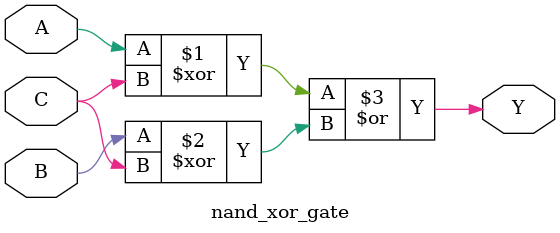
<source format=sv>
module nand_xor_gate (
    input wire A, B, C,   // 输入A, B, C
    output wire Y         // 输出Y
);
    // 将 (~A | ~B) ^ C 简化
    // 应用布尔代数展开: (~A | ~B) ^ C = (~A ^ C) | (~B ^ C)
    // 进一步简化: (~A ^ C) = A ^ C，因为XOR具有相反性质
    // 同理: (~B ^ C) = B ^ C
    // 因此: (~A | ~B) ^ C = (A ^ C) | (B ^ C)
    assign Y = (A ^ C) | (B ^ C);
endmodule
</source>
